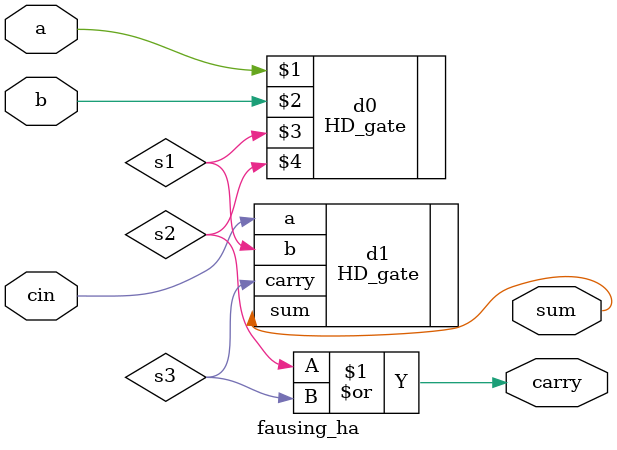
<source format=v>
`timescale 1ns / 1ps


module fausing_ha(
    input a,
    input b,
    input cin,
    output sum,
    output carry
    );
    wire s1,s2,s3;
    HD_gate d0(a,b,s1,s2);
    HD_gate d1(.a(cin),.b(s1),.sum(sum),.carry(s3));
    assign carry=s2 | s3;
endmodule

</source>
